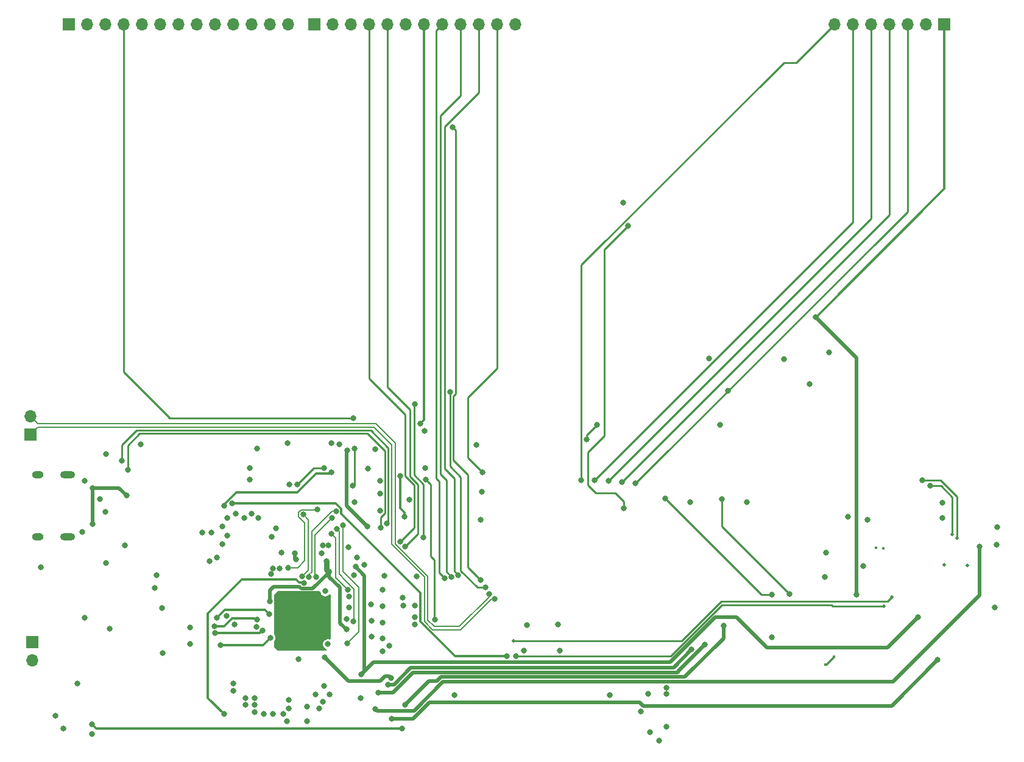
<source format=gbl>
G04 #@! TF.GenerationSoftware,KiCad,Pcbnew,7.0.9-7.0.9~ubuntu22.04.1*
G04 #@! TF.CreationDate,2024-02-01T16:34:56+01:00*
G04 #@! TF.ProjectId,v7-kaleido,76372d6b-616c-4656-9964-6f2e6b696361,1.0*
G04 #@! TF.SameCoordinates,Original*
G04 #@! TF.FileFunction,Copper,L4,Bot*
G04 #@! TF.FilePolarity,Positive*
%FSLAX46Y46*%
G04 Gerber Fmt 4.6, Leading zero omitted, Abs format (unit mm)*
G04 Created by KiCad (PCBNEW 7.0.9-7.0.9~ubuntu22.04.1) date 2024-02-01 16:34:56*
%MOMM*%
%LPD*%
G01*
G04 APERTURE LIST*
G04 #@! TA.AperFunction,ComponentPad*
%ADD10C,0.508000*%
G04 #@! TD*
G04 #@! TA.AperFunction,ComponentPad*
%ADD11R,1.700000X1.700000*%
G04 #@! TD*
G04 #@! TA.AperFunction,ComponentPad*
%ADD12O,1.700000X1.700000*%
G04 #@! TD*
G04 #@! TA.AperFunction,ComponentPad*
%ADD13O,2.100000X1.000000*%
G04 #@! TD*
G04 #@! TA.AperFunction,ComponentPad*
%ADD14O,1.600000X1.000000*%
G04 #@! TD*
G04 #@! TA.AperFunction,ViaPad*
%ADD15C,0.800000*%
G04 #@! TD*
G04 #@! TA.AperFunction,ViaPad*
%ADD16C,0.450000*%
G04 #@! TD*
G04 #@! TA.AperFunction,ViaPad*
%ADD17C,0.500000*%
G04 #@! TD*
G04 #@! TA.AperFunction,Conductor*
%ADD18C,0.500000*%
G04 #@! TD*
G04 #@! TA.AperFunction,Conductor*
%ADD19C,0.300000*%
G04 #@! TD*
G04 #@! TA.AperFunction,Conductor*
%ADD20C,0.750000*%
G04 #@! TD*
G04 #@! TA.AperFunction,Conductor*
%ADD21C,0.250000*%
G04 #@! TD*
G04 #@! TA.AperFunction,Conductor*
%ADD22C,0.200000*%
G04 #@! TD*
G04 APERTURE END LIST*
D10*
X101695300Y-131146493D03*
X101695300Y-130359093D03*
X101695300Y-129571693D03*
X101695300Y-128784293D03*
X101695300Y-127996893D03*
X100907900Y-131146493D03*
X100907900Y-130359093D03*
X100907900Y-129571693D03*
X100907900Y-128784293D03*
X100907900Y-127996893D03*
X100120500Y-131146493D03*
X100120500Y-130359093D03*
X100120500Y-129571693D03*
X100120500Y-128784293D03*
X100120500Y-127996893D03*
X99333100Y-131146493D03*
X99333100Y-130359093D03*
X99333100Y-129571693D03*
X99333100Y-128784293D03*
X99333100Y-127996893D03*
X98545700Y-131146493D03*
X98545700Y-130359093D03*
X98545700Y-129571693D03*
X98545700Y-128784293D03*
X98545700Y-127996893D03*
D11*
X62446500Y-132618693D03*
D12*
X62446500Y-135158693D03*
D11*
X62196500Y-103718693D03*
D12*
X62196500Y-101178693D03*
D11*
X101640000Y-46650000D03*
D12*
X104180000Y-46650000D03*
X106720000Y-46650000D03*
X109260000Y-46650000D03*
X111800000Y-46650000D03*
X114340000Y-46650000D03*
X116880000Y-46650000D03*
X119420000Y-46650000D03*
X121960000Y-46650000D03*
X124500000Y-46650000D03*
X127040000Y-46650000D03*
X129580000Y-46650000D03*
D11*
X67515000Y-46650000D03*
D12*
X70055000Y-46650000D03*
X72595000Y-46650000D03*
X75135000Y-46650000D03*
X77675000Y-46650000D03*
X80215000Y-46650000D03*
X82755000Y-46650000D03*
X85295000Y-46650000D03*
X87835000Y-46650000D03*
X90375000Y-46650000D03*
X92915000Y-46650000D03*
X95455000Y-46650000D03*
X97995000Y-46650000D03*
D11*
X189190000Y-46650000D03*
D12*
X186650000Y-46650000D03*
X184110000Y-46650000D03*
X181570000Y-46650000D03*
X179030000Y-46650000D03*
X176490000Y-46650000D03*
X173950000Y-46650000D03*
D13*
X67366500Y-109323693D03*
D14*
X63186500Y-109323693D03*
D13*
X67366500Y-117963693D03*
D14*
X63186500Y-117963693D03*
D15*
X188300000Y-135060000D03*
X148061529Y-139795403D03*
X104056000Y-104943693D03*
X103755499Y-139843693D03*
X111096500Y-132093693D03*
X105096500Y-105043693D03*
X69696500Y-110143693D03*
X96296500Y-116743693D03*
X72696500Y-121543693D03*
X111096500Y-127593693D03*
X106089500Y-129365693D03*
X116996500Y-103243693D03*
X102846500Y-119093693D03*
X100596500Y-143593693D03*
X173190000Y-92290000D03*
D16*
X179690000Y-119490000D03*
D15*
X72596500Y-114443693D03*
X196210000Y-127800000D03*
X103168500Y-125507693D03*
X63596500Y-122143693D03*
X109596500Y-129593693D03*
X93896500Y-115343693D03*
X106470500Y-127745693D03*
X124196500Y-105143693D03*
X156540000Y-93110000D03*
X103596500Y-119093693D03*
D17*
X192420000Y-121900000D03*
D15*
X172563000Y-123500000D03*
X75296500Y-119143693D03*
X124896500Y-111643693D03*
X113896500Y-126443693D03*
X93696500Y-105643693D03*
X111398781Y-123366052D03*
X89496500Y-115343693D03*
X170480000Y-96700000D03*
X65696500Y-142843693D03*
X68746500Y-138343693D03*
X135496500Y-130143693D03*
X80496500Y-127843693D03*
X102346500Y-141843693D03*
X89493186Y-128947792D03*
X117092000Y-108343693D03*
X92896500Y-114743693D03*
X90346500Y-138343693D03*
X91896500Y-115343693D03*
X79696500Y-123243693D03*
X71805082Y-112651705D03*
X112096500Y-133093693D03*
X103548243Y-132874950D03*
X90534500Y-130155693D03*
D17*
X189190000Y-121850000D03*
D15*
X188930000Y-115309000D03*
X115636500Y-130093693D03*
X103040500Y-138649693D03*
X142696500Y-139943693D03*
X115596500Y-129093693D03*
X135796500Y-133743693D03*
X153870000Y-113100000D03*
X97896500Y-104943693D03*
X177910000Y-122030000D03*
X88896500Y-118943693D03*
D16*
X180710000Y-119510000D03*
D15*
X108096500Y-140383693D03*
X121096500Y-139943693D03*
X93593277Y-130438096D03*
X89496500Y-117743693D03*
X150596500Y-144343693D03*
X101846500Y-139843693D03*
X111096500Y-129843693D03*
X87346500Y-117343693D03*
X90346500Y-139343693D03*
X66746500Y-144593693D03*
X99463781Y-134928356D03*
X84346500Y-132843693D03*
X144540000Y-71490000D03*
X148296500Y-145143693D03*
X196430000Y-119023000D03*
X175830000Y-115135000D03*
X80596500Y-134093693D03*
X77496500Y-105043693D03*
X95696500Y-117943693D03*
X161720000Y-113100000D03*
X166930000Y-93200000D03*
X102846500Y-140843693D03*
X99096500Y-121093693D03*
X102700500Y-120239693D03*
X107596500Y-120843693D03*
X90696500Y-114743693D03*
X188930000Y-113209000D03*
X149596500Y-146343693D03*
X130796500Y-133743693D03*
X72696500Y-106443693D03*
X70746500Y-145343693D03*
X110802000Y-114277708D03*
X69396500Y-117243693D03*
X172780000Y-120160000D03*
X196530000Y-116623000D03*
X97112034Y-120109227D03*
X115896500Y-123443693D03*
X98950500Y-120239693D03*
X79496500Y-125043693D03*
X88896500Y-116543693D03*
X69696500Y-129243693D03*
X97846500Y-143593693D03*
X86096500Y-117343693D03*
X109596500Y-131843693D03*
X111096500Y-125343693D03*
X131196500Y-130243693D03*
X73196500Y-130743693D03*
X109480000Y-127343693D03*
X84346500Y-130593693D03*
X106396500Y-119343693D03*
X111096500Y-133843693D03*
X165250000Y-131930000D03*
X95548500Y-131984693D03*
X88596500Y-133007691D03*
X112410000Y-143290000D03*
X158542922Y-130322922D03*
X88096500Y-129183695D03*
X95373246Y-128680722D03*
X114296500Y-141340000D03*
X154069310Y-133635000D03*
X111862622Y-138518814D03*
X194120000Y-119280000D03*
X89096500Y-142593693D03*
X100220490Y-124364693D03*
X110121992Y-141941992D03*
X128381228Y-134575066D03*
X90248193Y-113295386D03*
X178540000Y-115580000D03*
X98160000Y-110680000D03*
X108180000Y-137080000D03*
X107380000Y-122130000D03*
X185540000Y-129100000D03*
X99296500Y-110643693D03*
X102996500Y-108343693D03*
X74896500Y-107343693D03*
X111696500Y-116043693D03*
X75696500Y-108643693D03*
X110896500Y-116643693D03*
X110545395Y-139593693D03*
X155947922Y-132917922D03*
X70796500Y-111143693D03*
X75562837Y-112210030D03*
X70796500Y-116143693D03*
X70730440Y-144008136D03*
X113836500Y-144643693D03*
X186180000Y-110060000D03*
D17*
X190950000Y-118120000D03*
D15*
X103346500Y-121343693D03*
X106089500Y-130841693D03*
X95422757Y-126903436D03*
X103636500Y-122794693D03*
X107096500Y-101443693D03*
X104694807Y-114345386D03*
X107196500Y-105643693D03*
X100924161Y-123571352D03*
X106996500Y-110843693D03*
X139505000Y-104362699D03*
X140970000Y-102390000D03*
X101891748Y-123536440D03*
X104096500Y-115343693D03*
X102096500Y-114143693D03*
X98024294Y-122216930D03*
X105610156Y-116335158D03*
X106196500Y-132743693D03*
X125396500Y-124943693D03*
X120500000Y-97750000D03*
X115638557Y-99510000D03*
X116796500Y-118043693D03*
X107064129Y-129685937D03*
X104796500Y-116843693D03*
X103996500Y-117543693D03*
X106293592Y-125329363D03*
X99972856Y-123437697D03*
X100096500Y-114843693D03*
X108596500Y-121843693D03*
X106484444Y-126269693D03*
X100596500Y-141593693D03*
X95846500Y-122343693D03*
X92096500Y-140343693D03*
X107188759Y-123290140D03*
X94596500Y-142593693D03*
X93346500Y-142343693D03*
X106196500Y-105943693D03*
X95596500Y-123093693D03*
X108996500Y-116543693D03*
X93346500Y-140343693D03*
X97346500Y-142593693D03*
X93346500Y-141343693D03*
X98096500Y-141843693D03*
X87096500Y-121343693D03*
X96846500Y-122343693D03*
X88096500Y-120843693D03*
X92096500Y-141343693D03*
X158030000Y-102390000D03*
X98096500Y-140593693D03*
X95846500Y-142593693D03*
X113996500Y-127543693D03*
X103041500Y-134676693D03*
X112332870Y-137580000D03*
X92696500Y-108343693D03*
X92696500Y-109943693D03*
X124781000Y-115590000D03*
X110796500Y-111943693D03*
X110802000Y-110143693D03*
X150574097Y-139790000D03*
X115596500Y-127543693D03*
X107196500Y-113143693D03*
X114812000Y-112743693D03*
X109131000Y-108443693D03*
X146996500Y-142243693D03*
X110096500Y-105743693D03*
X150596500Y-138943693D03*
X171330000Y-87360000D03*
X177010000Y-125960000D03*
X126667732Y-126614925D03*
X125925268Y-125872461D03*
X113556000Y-118643693D03*
X114269737Y-119284961D03*
X124796500Y-123943693D03*
X120830000Y-60980000D03*
X119777470Y-123700645D03*
X120713235Y-123488543D03*
X121645234Y-123260457D03*
X124996500Y-108943693D03*
X117096500Y-109943693D03*
X118396500Y-129434193D03*
X89096500Y-113643693D03*
X114196500Y-115128193D03*
X103996500Y-108943693D03*
X116376500Y-102218193D03*
X113596500Y-109443693D03*
X187210000Y-110860000D03*
D17*
X190320000Y-117620000D03*
D16*
X172710000Y-135690000D03*
X173850000Y-134590000D03*
D15*
X165270000Y-125950000D03*
X150440000Y-112600000D03*
X167700000Y-125910000D03*
X158250000Y-112680000D03*
X145287961Y-74657963D03*
X144640000Y-113940000D03*
D17*
X129360000Y-132450000D03*
X181950000Y-126290000D03*
D15*
X129690366Y-134541013D03*
D17*
X180825000Y-127600000D03*
D15*
X93697500Y-129444693D03*
X87725776Y-130391312D03*
X87846500Y-131343693D03*
X94411205Y-130940687D03*
X159160000Y-97630000D03*
X146300000Y-110510000D03*
X144440000Y-110310000D03*
X142540000Y-110160000D03*
X140570000Y-110080000D03*
X138730000Y-110080000D03*
D18*
X181640000Y-141460000D02*
X147390000Y-141460000D01*
X181640000Y-141460000D02*
X181900000Y-141460000D01*
X181900000Y-141460000D02*
X188300000Y-135060000D01*
X110121992Y-141941992D02*
X110336992Y-142156992D01*
X110336992Y-142156992D02*
X115503008Y-142156992D01*
X182096307Y-138133693D02*
X194120000Y-126110000D01*
X115503008Y-142156992D02*
X119526307Y-138133693D01*
X119526307Y-138133693D02*
X182096307Y-138133693D01*
X194120000Y-126110000D02*
X194120000Y-119280000D01*
X98950500Y-120947693D02*
X99096500Y-121093693D01*
X98950500Y-120239693D02*
X98950500Y-120947693D01*
D19*
X94525502Y-133007691D02*
X95548500Y-131984693D01*
D18*
X147390000Y-141460000D02*
X146890000Y-140960000D01*
D19*
X88596500Y-133007691D02*
X94525502Y-133007691D01*
D18*
X117650000Y-140960000D02*
X115320000Y-143290000D01*
X115320000Y-143290000D02*
X112410000Y-143290000D01*
X146890000Y-140960000D02*
X117650000Y-140960000D01*
X118682927Y-138043693D02*
X117592807Y-138043693D01*
X119276620Y-137450000D02*
X118682927Y-138043693D01*
D19*
X89186502Y-128093693D02*
X94786217Y-128093693D01*
D18*
X158542922Y-130322922D02*
X158542922Y-132067078D01*
X117592807Y-138043693D02*
X114296500Y-141340000D01*
D19*
X94786217Y-128093693D02*
X95373246Y-128680722D01*
D18*
X153160000Y-137450000D02*
X119276620Y-137450000D01*
X158542922Y-132067078D02*
X153160000Y-137450000D01*
D19*
X88096500Y-129183695D02*
X89186502Y-128093693D01*
D18*
X115055663Y-136130000D02*
X151574310Y-136130000D01*
X111862622Y-138518814D02*
X111901436Y-138480000D01*
X111901436Y-138480000D02*
X112705663Y-138480000D01*
X151574310Y-136130000D02*
X154069310Y-133635000D01*
X112705663Y-138480000D02*
X115055663Y-136130000D01*
D19*
X86846500Y-128593693D02*
X86846500Y-140343693D01*
X99565490Y-124312683D02*
X99096500Y-123843693D01*
X100220490Y-124364693D02*
X100168480Y-124312683D01*
X91596500Y-123843693D02*
X99096500Y-123843693D01*
X91596500Y-123843693D02*
X86846500Y-128593693D01*
X100168480Y-124312683D02*
X99565490Y-124312683D01*
X86846500Y-140343693D02*
X89096500Y-142593693D01*
X90248193Y-113295386D02*
X104648899Y-113295386D01*
X121227026Y-134575066D02*
X128381228Y-134575066D01*
X116396500Y-125743693D02*
X116396500Y-129744540D01*
X105404807Y-114752000D02*
X116396500Y-125743693D01*
X104648899Y-113295386D02*
X105404807Y-114051294D01*
X105404807Y-114051294D02*
X105404807Y-114752000D01*
X116396500Y-129744540D02*
X121227026Y-134575066D01*
D18*
X181330000Y-133310000D02*
X185540000Y-129100000D01*
X160330000Y-129100000D02*
X164540000Y-133310000D01*
X151094934Y-135385066D02*
X157380000Y-129100000D01*
X108580000Y-136680000D02*
X109874934Y-135385066D01*
X108580000Y-123330000D02*
X108580000Y-136680000D01*
X109874934Y-135385066D02*
X151094934Y-135385066D01*
X107380000Y-122130000D02*
X108580000Y-123330000D01*
X108580000Y-136680000D02*
X108180000Y-137080000D01*
X157380000Y-129100000D02*
X160330000Y-129100000D01*
D20*
X107380000Y-122130000D02*
X107420000Y-122130000D01*
D18*
X164540000Y-133310000D02*
X181330000Y-133310000D01*
D21*
X102996500Y-108343693D02*
X101596500Y-108343693D01*
X101596500Y-108343693D02*
X99296500Y-110643693D01*
X111896500Y-105543693D02*
X111896500Y-115843693D01*
X74896500Y-105143693D02*
X76896500Y-103143693D01*
X111896500Y-115843693D02*
X111696500Y-116043693D01*
X76896500Y-103143693D02*
X109496500Y-103143693D01*
X109496500Y-103143693D02*
X111896500Y-105543693D01*
X74896500Y-107343693D02*
X74896500Y-105143693D01*
X75696500Y-105243693D02*
X75696500Y-108643693D01*
X111486500Y-106033693D02*
X109006500Y-103553693D01*
X110896500Y-115243693D02*
X111486500Y-114653693D01*
X111486500Y-114653693D02*
X111486500Y-106033693D01*
X109006500Y-103553693D02*
X77386500Y-103553693D01*
X110896500Y-116643693D02*
X110896500Y-115243693D01*
X77386500Y-103553693D02*
X75696500Y-105243693D01*
D18*
X110545395Y-139593693D02*
X112525350Y-139593693D01*
X152773880Y-136083880D02*
X155939839Y-132917922D01*
X112525350Y-139593693D02*
X115329043Y-136790000D01*
X155939839Y-132917922D02*
X155947922Y-132917922D01*
X115329043Y-136790000D02*
X152067760Y-136790000D01*
X152187761Y-136670000D02*
X152773880Y-136083880D01*
X152067760Y-136790000D02*
X152773880Y-136083880D01*
X74496500Y-111143693D02*
X75562837Y-112210030D01*
X70796500Y-111143693D02*
X74496500Y-111143693D01*
X70796500Y-111143693D02*
X70796500Y-116143693D01*
D19*
X113826500Y-144633693D02*
X71355997Y-144633693D01*
X113836500Y-144643693D02*
X113826500Y-144633693D01*
X71355997Y-144633693D02*
X70730440Y-144008136D01*
D21*
X190945000Y-118115000D02*
X190950000Y-118120000D01*
X186180000Y-110060000D02*
X188690000Y-110060000D01*
X188690000Y-110060000D02*
X190945000Y-112315000D01*
X190945000Y-112315000D02*
X190945000Y-118115000D01*
D18*
X105200500Y-124999693D02*
X105200500Y-129952693D01*
X95422757Y-125379436D02*
X95929500Y-124872693D01*
D20*
X103346500Y-122504693D02*
X103636500Y-122794693D01*
D18*
X99529688Y-124872693D02*
X99831689Y-125174694D01*
X103695500Y-122853693D02*
X103636500Y-122794693D01*
D20*
X103346500Y-121343693D02*
X103346500Y-122504693D01*
D18*
X95929500Y-124872693D02*
X99529688Y-124872693D01*
X95422757Y-126903436D02*
X95422757Y-125379436D01*
X103636500Y-122936495D02*
X103636500Y-122794693D01*
X103695500Y-123494693D02*
X103695500Y-122853693D01*
X105200500Y-129952693D02*
X106089500Y-130841693D01*
X103695500Y-123494693D02*
X105200500Y-124999693D01*
X101398301Y-125174694D02*
X103636500Y-122936495D01*
X99831689Y-125174694D02*
X101398301Y-125174694D01*
D22*
X104094807Y-114345386D02*
X101296500Y-117143693D01*
D21*
X81560000Y-101443693D02*
X81391500Y-101443693D01*
D22*
X101296500Y-122815854D02*
X100924161Y-123188193D01*
X101296500Y-117143693D02*
X101296500Y-122815854D01*
X104694807Y-114345386D02*
X104094807Y-114345386D01*
D21*
X107096500Y-101443693D02*
X81560000Y-101443693D01*
X81560000Y-101443693D02*
X75135000Y-95018693D01*
X107196500Y-110643693D02*
X107196500Y-105643693D01*
X106996500Y-110843693D02*
X107196500Y-110643693D01*
D22*
X100924161Y-123188193D02*
X100924161Y-123571352D01*
D21*
X75135000Y-95018693D02*
X75135000Y-46650000D01*
X139505000Y-103785000D02*
X140900000Y-102390000D01*
X140900000Y-102390000D02*
X140970000Y-102390000D01*
D22*
X101740497Y-123385189D02*
X101740497Y-117699696D01*
X101891748Y-123536440D02*
X101740497Y-123385189D01*
X101740497Y-117699696D02*
X104096500Y-115343693D01*
D21*
X139505000Y-103785000D02*
X139505000Y-104362699D01*
D22*
X100296500Y-121243693D02*
X99323263Y-122216930D01*
X99323263Y-122216930D02*
X98024294Y-122216930D01*
X99823119Y-114183693D02*
X99436500Y-114570312D01*
X102056500Y-114183693D02*
X99823119Y-114183693D01*
X100296500Y-115977074D02*
X100296500Y-121243693D01*
X102096500Y-114143693D02*
X102056500Y-114183693D01*
X99436500Y-115117074D02*
X100296500Y-115977074D01*
X99436500Y-114570312D02*
X99436500Y-115117074D01*
X105596500Y-122743693D02*
X107796500Y-124943693D01*
X105596500Y-116348814D02*
X105596500Y-122743693D01*
X105610156Y-116335158D02*
X105596500Y-116348814D01*
X107796500Y-124943693D02*
X107796500Y-131143693D01*
X107796500Y-131143693D02*
X106196500Y-132743693D01*
D21*
X120511403Y-97761403D02*
X120500000Y-97750000D01*
X120511403Y-108158596D02*
X120511403Y-99843693D01*
X124296500Y-124943693D02*
X121996500Y-122643693D01*
X121996500Y-109643693D02*
X120511403Y-108158596D01*
X121996500Y-122643693D02*
X121996500Y-109643693D01*
X120511403Y-99843693D02*
X120511403Y-97761403D01*
X125396500Y-124943693D02*
X124296500Y-124943693D01*
X116796500Y-110643693D02*
X115496500Y-109343693D01*
X116796500Y-118043693D02*
X116796500Y-110643693D01*
X115496500Y-99652057D02*
X115638557Y-99510000D01*
X115496500Y-109343693D02*
X115496500Y-99652057D01*
D22*
X105996500Y-124043693D02*
X105096500Y-123143693D01*
X105096500Y-117143693D02*
X104796500Y-116843693D01*
X107144444Y-129605622D02*
X107144444Y-125191637D01*
X105096500Y-123143693D02*
X105096500Y-117143693D01*
X107064129Y-129685937D02*
X107144444Y-129605622D01*
X107144444Y-125191637D02*
X105996500Y-124043693D01*
X103996500Y-117543693D02*
X104596500Y-118143693D01*
X104596500Y-123632271D02*
X106293592Y-125329363D01*
X104596500Y-118143693D02*
X104596500Y-123632271D01*
X100096500Y-114843693D02*
X100796500Y-115543693D01*
X100796500Y-115543693D02*
X100796500Y-122614053D01*
X100796500Y-122614053D02*
X99972856Y-123437697D01*
D18*
X106096500Y-106043693D02*
X106096500Y-113643693D01*
X106096500Y-113643693D02*
X108996500Y-116543693D01*
X106196500Y-105943693D02*
X106096500Y-106043693D01*
X111423381Y-137340000D02*
X112092870Y-137340000D01*
X103041500Y-134676693D02*
X106374807Y-138010000D01*
X110753381Y-138010000D02*
X111423381Y-137340000D01*
X106374807Y-138010000D02*
X110753381Y-138010000D01*
X112092870Y-137340000D02*
X112332870Y-137580000D01*
X177010000Y-125960000D02*
X177010000Y-93040000D01*
X177010000Y-93040000D02*
X171330000Y-87360000D01*
D19*
X171370000Y-87360000D02*
X189190000Y-69540000D01*
X189190000Y-69540000D02*
X189190000Y-46650000D01*
X171330000Y-87360000D02*
X171370000Y-87360000D01*
D22*
X109926501Y-102673694D02*
X63241499Y-102673694D01*
X116971500Y-129736893D02*
X116971500Y-123527809D01*
X118103300Y-130868693D02*
X116971500Y-129736893D01*
X112396500Y-105143693D02*
X109926501Y-102673694D01*
X121989699Y-130868693D02*
X118103300Y-130868693D01*
X112396500Y-118952809D02*
X112396500Y-105143693D01*
X116971500Y-123527809D02*
X112396500Y-118952809D01*
X126667732Y-126614925D02*
X126243467Y-126614925D01*
X126243467Y-126614925D02*
X121989699Y-130868693D01*
X63241499Y-102673694D02*
X62196500Y-103718693D01*
X118289700Y-130418693D02*
X117421500Y-129550493D01*
X125925268Y-126296726D02*
X121803301Y-130418693D01*
X63241499Y-102223692D02*
X62196500Y-101178693D01*
X112896500Y-104943693D02*
X110176499Y-102223692D01*
X117421500Y-123468693D02*
X112896500Y-118943693D01*
X125925268Y-125872461D02*
X125925268Y-126296726D01*
X121803301Y-130418693D02*
X118289700Y-130418693D01*
X110176499Y-102223692D02*
X63241499Y-102223692D01*
X112896500Y-118943693D02*
X112896500Y-104943693D01*
X117421500Y-129550493D02*
X117421500Y-123468693D01*
D21*
X113556000Y-118643693D02*
X115496500Y-116703193D01*
X109260000Y-95907192D02*
X109831404Y-96478596D01*
X115496500Y-116703193D02*
X115496500Y-110723521D01*
X109260000Y-46650000D02*
X109260000Y-95907192D01*
X114281500Y-109508521D02*
X114281500Y-100928693D01*
X114281500Y-100928693D02*
X109831404Y-96478596D01*
X115496500Y-110723521D02*
X114281500Y-109508521D01*
X116046500Y-117508198D02*
X116046500Y-110693693D01*
X114896500Y-100243693D02*
X111800000Y-97147193D01*
X116046500Y-110693693D02*
X114896500Y-109543693D01*
X114269737Y-119284961D02*
X116046500Y-117508198D01*
X111800000Y-97147193D02*
X111800000Y-46650000D01*
X114896500Y-109543693D02*
X114896500Y-100243693D01*
X120930001Y-98416015D02*
X121275000Y-98071016D01*
X122996500Y-122143693D02*
X122996500Y-109343693D01*
X121275000Y-98071016D02*
X121275000Y-61425000D01*
X122996500Y-109343693D02*
X120930001Y-107277194D01*
X121275000Y-61425000D02*
X120830000Y-60980000D01*
X124796500Y-123943693D02*
X122996500Y-122143693D01*
X120930001Y-107277194D02*
X120930001Y-98416015D01*
X118996500Y-122919675D02*
X118996500Y-110243693D01*
X118570000Y-47500000D02*
X119420000Y-46650000D01*
X119777470Y-123700645D02*
X118996500Y-122919675D01*
X118570000Y-109817193D02*
X118570000Y-47500000D01*
X118996500Y-110243693D02*
X118570000Y-109817193D01*
X121960000Y-56550000D02*
X119186500Y-59323500D01*
X119186500Y-59323500D02*
X119186500Y-109233693D01*
X120713235Y-123488543D02*
X119996500Y-122771808D01*
X121960000Y-46650000D02*
X121960000Y-56550000D01*
X119996500Y-110043693D02*
X119186500Y-109233693D01*
X119996500Y-122771808D02*
X119996500Y-110043693D01*
X121645234Y-123260457D02*
X121096500Y-122711723D01*
X121096500Y-122711723D02*
X121096500Y-109843693D01*
X124500000Y-56106500D02*
X119736403Y-60870097D01*
X124500000Y-46650000D02*
X124500000Y-56106500D01*
X121096500Y-109843693D02*
X119736403Y-108483597D01*
X119736403Y-60870097D02*
X119736403Y-108483597D01*
X127040000Y-94500193D02*
X127040000Y-46650000D01*
X122996500Y-98543693D02*
X127040000Y-94500193D01*
X122996500Y-106943693D02*
X122996500Y-98543693D01*
X124996500Y-108943693D02*
X122996500Y-106943693D01*
X118296500Y-129334193D02*
X118396500Y-129434193D01*
X117796500Y-120643693D02*
X118296500Y-121143693D01*
X117096500Y-109943693D02*
X117796500Y-110643693D01*
X117796500Y-110643693D02*
X117796500Y-120643693D01*
X118296500Y-121143693D02*
X118296500Y-129334193D01*
D19*
X114196500Y-115128193D02*
X114196500Y-114543693D01*
X116376500Y-102218193D02*
X116880000Y-101714693D01*
X90796500Y-111743693D02*
X89096500Y-113443693D01*
X103796500Y-109143693D02*
X101896500Y-109143693D01*
X103996500Y-108943693D02*
X103796500Y-109143693D01*
X116880000Y-101714693D02*
X116880000Y-46650000D01*
X101896500Y-109143693D02*
X99296500Y-111743693D01*
X114196500Y-114543693D02*
X113596500Y-113943693D01*
X116376500Y-102218193D02*
X116336500Y-102178193D01*
X113596500Y-113943693D02*
X113596500Y-109443693D01*
X89096500Y-113443693D02*
X89096500Y-113643693D01*
X99296500Y-111743693D02*
X90796500Y-111743693D01*
D21*
X188780000Y-110860000D02*
X190320000Y-112400000D01*
X187210000Y-110860000D02*
X188780000Y-110860000D01*
X190320000Y-117620000D02*
X190320000Y-112400000D01*
X172710000Y-135690000D02*
X172750000Y-135690000D01*
X172750000Y-135690000D02*
X173850000Y-134590000D01*
X163790000Y-125950000D02*
X150440000Y-112600000D01*
X165270000Y-125950000D02*
X163790000Y-125950000D01*
X167700000Y-125910000D02*
X158250000Y-116460000D01*
X158250000Y-116460000D02*
X158250000Y-112680000D01*
X140770000Y-111830000D02*
X139690000Y-110750000D01*
X139690000Y-110750000D02*
X139690000Y-106170000D01*
X144640000Y-113940000D02*
X144640000Y-113030000D01*
X141980000Y-77965924D02*
X145287961Y-74657963D01*
X139690000Y-106170000D02*
X141980000Y-103880000D01*
X141980000Y-103880000D02*
X141980000Y-77965924D01*
X143440000Y-111830000D02*
X140770000Y-111830000D01*
X144640000Y-113030000D02*
X143440000Y-111830000D01*
X129360000Y-132450000D02*
X152693568Y-132450000D01*
X158203568Y-126940000D02*
X181300000Y-126940000D01*
X181300000Y-126940000D02*
X181950000Y-126290000D01*
X152693568Y-132450000D02*
X158203568Y-126940000D01*
X173521016Y-127425000D02*
X173696016Y-127600000D01*
X158298396Y-127425000D02*
X173521016Y-127425000D01*
X129690366Y-134541013D02*
X151182383Y-134541013D01*
X173696016Y-127600000D02*
X180825000Y-127600000D01*
X151182383Y-134541013D02*
X158298396Y-127425000D01*
D19*
X87725776Y-130391312D02*
X89100468Y-130391312D01*
X93291400Y-129288593D02*
X93447500Y-129444693D01*
X93447500Y-129444693D02*
X93697500Y-129444693D01*
X90203187Y-129288593D02*
X93291400Y-129288593D01*
X89100468Y-130391312D02*
X90203187Y-129288593D01*
X94008199Y-131343693D02*
X94411205Y-130940687D01*
X87846500Y-131343693D02*
X94008199Y-131343693D01*
D21*
X184110000Y-46650000D02*
X184110000Y-72700000D01*
X184110000Y-72700000D02*
X146300000Y-110510000D01*
X181570000Y-46650000D02*
X181570000Y-73180000D01*
X181570000Y-73180000D02*
X144440000Y-110310000D01*
X179030000Y-73670000D02*
X142540000Y-110160000D01*
X179030000Y-46650000D02*
X179030000Y-73670000D01*
X176490000Y-46650000D02*
X176490000Y-74160000D01*
X176490000Y-74160000D02*
X140570000Y-110080000D01*
X138730000Y-80119907D02*
X166879953Y-51969953D01*
X168630047Y-51969953D02*
X166879953Y-51969953D01*
X173950000Y-46650000D02*
X168630047Y-51969953D01*
X138730000Y-110080000D02*
X138730000Y-80119907D01*
G04 #@! TA.AperFunction,Conductor*
G36*
X102419350Y-125527695D02*
G01*
X102465843Y-125581351D01*
X102476310Y-125618506D01*
X102483359Y-125676564D01*
X102543679Y-125835618D01*
X102543681Y-125835622D01*
X102607575Y-125928187D01*
X102640317Y-125975622D01*
X102767648Y-126088427D01*
X102918275Y-126167483D01*
X102918276Y-126167483D01*
X102918278Y-126167484D01*
X103074961Y-126206102D01*
X103083444Y-126208193D01*
X103083447Y-126208193D01*
X103253553Y-126208193D01*
X103253556Y-126208193D01*
X103418725Y-126167483D01*
X103569352Y-126088427D01*
X103696683Y-125975622D01*
X103696686Y-125975616D01*
X103701740Y-125969914D01*
X103704017Y-125971931D01*
X103748249Y-125936027D01*
X103818812Y-125928187D01*
X103882411Y-125959741D01*
X103885976Y-125963169D01*
X103893595Y-125970788D01*
X103927621Y-126033100D01*
X103930500Y-126059883D01*
X103930500Y-132086875D01*
X103910498Y-132154996D01*
X103856842Y-132201489D01*
X103786568Y-132211593D01*
X103774347Y-132209214D01*
X103633302Y-132174450D01*
X103633299Y-132174450D01*
X103463187Y-132174450D01*
X103463183Y-132174450D01*
X103298021Y-132215158D01*
X103298017Y-132215160D01*
X103147391Y-132294215D01*
X103147385Y-132294220D01*
X103020061Y-132407019D01*
X103020059Y-132407021D01*
X102923424Y-132547020D01*
X102923422Y-132547024D01*
X102863102Y-132706078D01*
X102842598Y-132874947D01*
X102842598Y-132874952D01*
X102863102Y-133043821D01*
X102923422Y-133202875D01*
X102923424Y-133202879D01*
X102923425Y-133202880D01*
X103020060Y-133342879D01*
X103147391Y-133455684D01*
X103279701Y-133525126D01*
X103330723Y-133574494D01*
X103346955Y-133643610D01*
X103323243Y-133710530D01*
X103267116Y-133754007D01*
X103221145Y-133762693D01*
X96608690Y-133762693D01*
X96540569Y-133742691D01*
X96519595Y-133725788D01*
X96093405Y-133299598D01*
X96059379Y-133237286D01*
X96056500Y-133210503D01*
X96056500Y-132521125D01*
X96076502Y-132453004D01*
X96078804Y-132449549D01*
X96108159Y-132407021D01*
X96173318Y-132312623D01*
X96233640Y-132153565D01*
X96254145Y-131984693D01*
X96233640Y-131815821D01*
X96173318Y-131656763D01*
X96078804Y-131519836D01*
X96056568Y-131452411D01*
X96056500Y-131448260D01*
X96056500Y-128872546D01*
X96058362Y-128857268D01*
X96057468Y-128857160D01*
X96078891Y-128680724D01*
X96078891Y-128680719D01*
X96057468Y-128504286D01*
X96058353Y-128504178D01*
X96056500Y-128488899D01*
X96056500Y-126059883D01*
X96076502Y-125991762D01*
X96093405Y-125970788D01*
X96519595Y-125544598D01*
X96581907Y-125510572D01*
X96608690Y-125507693D01*
X102351229Y-125507693D01*
X102419350Y-125527695D01*
G37*
G04 #@! TD.AperFunction*
M02*

</source>
